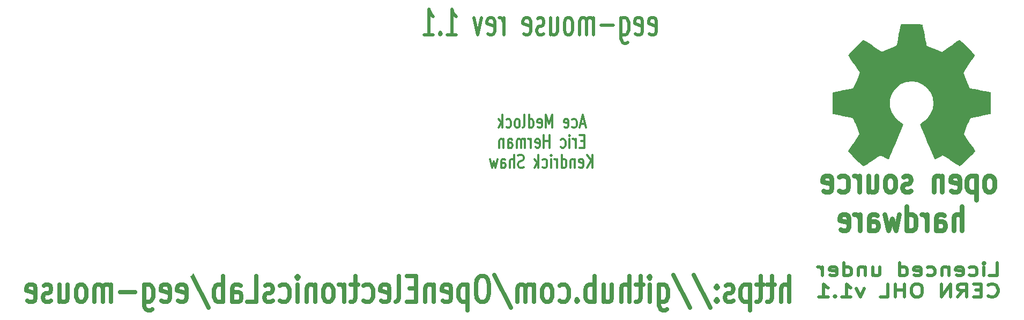
<source format=gbo>
G04 (created by PCBNEW-RS274X (2012-apr-16-27)-stable) date Sat 09 Nov 2013 04:14:01 PM CET*
G01*
G70*
G90*
%MOIN*%
G04 Gerber Fmt 3.4, Leading zero omitted, Abs format*
%FSLAX34Y34*%
G04 APERTURE LIST*
%ADD10C,0.008000*%
%ADD11C,0.012000*%
%ADD12C,0.020000*%
%ADD13C,0.025000*%
%ADD14C,0.030000*%
%ADD15C,0.000100*%
%ADD16R,0.059100X0.059100*%
%ADD17C,0.059100*%
%ADD18R,0.060000X0.060000*%
%ADD19C,0.060000*%
%ADD20C,0.106300*%
%ADD21C,0.145700*%
G04 APERTURE END LIST*
G54D10*
G54D11*
X54685Y-29795D02*
X54399Y-29795D01*
X54742Y-30024D02*
X54542Y-29224D01*
X54342Y-30024D01*
X53885Y-29986D02*
X53942Y-30024D01*
X54056Y-30024D01*
X54114Y-29986D01*
X54142Y-29948D01*
X54171Y-29871D01*
X54171Y-29643D01*
X54142Y-29567D01*
X54114Y-29529D01*
X54056Y-29490D01*
X53942Y-29490D01*
X53885Y-29529D01*
X53400Y-29986D02*
X53457Y-30024D01*
X53571Y-30024D01*
X53628Y-29986D01*
X53657Y-29910D01*
X53657Y-29605D01*
X53628Y-29529D01*
X53571Y-29490D01*
X53457Y-29490D01*
X53400Y-29529D01*
X53371Y-29605D01*
X53371Y-29681D01*
X53657Y-29757D01*
X52657Y-30024D02*
X52657Y-29224D01*
X52457Y-29795D01*
X52257Y-29224D01*
X52257Y-30024D01*
X51743Y-29986D02*
X51800Y-30024D01*
X51914Y-30024D01*
X51971Y-29986D01*
X52000Y-29910D01*
X52000Y-29605D01*
X51971Y-29529D01*
X51914Y-29490D01*
X51800Y-29490D01*
X51743Y-29529D01*
X51714Y-29605D01*
X51714Y-29681D01*
X52000Y-29757D01*
X51200Y-30024D02*
X51200Y-29224D01*
X51200Y-29986D02*
X51257Y-30024D01*
X51371Y-30024D01*
X51429Y-29986D01*
X51457Y-29948D01*
X51486Y-29871D01*
X51486Y-29643D01*
X51457Y-29567D01*
X51429Y-29529D01*
X51371Y-29490D01*
X51257Y-29490D01*
X51200Y-29529D01*
X50828Y-30024D02*
X50886Y-29986D01*
X50914Y-29910D01*
X50914Y-29224D01*
X50514Y-30024D02*
X50572Y-29986D01*
X50600Y-29948D01*
X50629Y-29871D01*
X50629Y-29643D01*
X50600Y-29567D01*
X50572Y-29529D01*
X50514Y-29490D01*
X50429Y-29490D01*
X50372Y-29529D01*
X50343Y-29567D01*
X50314Y-29643D01*
X50314Y-29871D01*
X50343Y-29948D01*
X50372Y-29986D01*
X50429Y-30024D01*
X50514Y-30024D01*
X49800Y-29986D02*
X49857Y-30024D01*
X49971Y-30024D01*
X50029Y-29986D01*
X50057Y-29948D01*
X50086Y-29871D01*
X50086Y-29643D01*
X50057Y-29567D01*
X50029Y-29529D01*
X49971Y-29490D01*
X49857Y-29490D01*
X49800Y-29529D01*
X49543Y-30024D02*
X49543Y-29224D01*
X49486Y-29719D02*
X49315Y-30024D01*
X49315Y-29490D02*
X49543Y-29795D01*
X54642Y-30845D02*
X54442Y-30845D01*
X54356Y-31264D02*
X54642Y-31264D01*
X54642Y-30464D01*
X54356Y-30464D01*
X54099Y-31264D02*
X54099Y-30730D01*
X54099Y-30883D02*
X54071Y-30807D01*
X54042Y-30769D01*
X53985Y-30730D01*
X53928Y-30730D01*
X53728Y-31264D02*
X53728Y-30730D01*
X53728Y-30464D02*
X53757Y-30502D01*
X53728Y-30540D01*
X53700Y-30502D01*
X53728Y-30464D01*
X53728Y-30540D01*
X53185Y-31226D02*
X53242Y-31264D01*
X53356Y-31264D01*
X53414Y-31226D01*
X53442Y-31188D01*
X53471Y-31111D01*
X53471Y-30883D01*
X53442Y-30807D01*
X53414Y-30769D01*
X53356Y-30730D01*
X53242Y-30730D01*
X53185Y-30769D01*
X52471Y-31264D02*
X52471Y-30464D01*
X52471Y-30845D02*
X52128Y-30845D01*
X52128Y-31264D02*
X52128Y-30464D01*
X51614Y-31226D02*
X51671Y-31264D01*
X51785Y-31264D01*
X51842Y-31226D01*
X51871Y-31150D01*
X51871Y-30845D01*
X51842Y-30769D01*
X51785Y-30730D01*
X51671Y-30730D01*
X51614Y-30769D01*
X51585Y-30845D01*
X51585Y-30921D01*
X51871Y-30997D01*
X51328Y-31264D02*
X51328Y-30730D01*
X51328Y-30883D02*
X51300Y-30807D01*
X51271Y-30769D01*
X51214Y-30730D01*
X51157Y-30730D01*
X50957Y-31264D02*
X50957Y-30730D01*
X50957Y-30807D02*
X50929Y-30769D01*
X50871Y-30730D01*
X50786Y-30730D01*
X50729Y-30769D01*
X50700Y-30845D01*
X50700Y-31264D01*
X50700Y-30845D02*
X50671Y-30769D01*
X50614Y-30730D01*
X50529Y-30730D01*
X50471Y-30769D01*
X50443Y-30845D01*
X50443Y-31264D01*
X49900Y-31264D02*
X49900Y-30845D01*
X49929Y-30769D01*
X49986Y-30730D01*
X50100Y-30730D01*
X50157Y-30769D01*
X49900Y-31226D02*
X49957Y-31264D01*
X50100Y-31264D01*
X50157Y-31226D01*
X50186Y-31150D01*
X50186Y-31073D01*
X50157Y-30997D01*
X50100Y-30959D01*
X49957Y-30959D01*
X49900Y-30921D01*
X49614Y-30730D02*
X49614Y-31264D01*
X49614Y-30807D02*
X49586Y-30769D01*
X49528Y-30730D01*
X49443Y-30730D01*
X49386Y-30769D01*
X49357Y-30845D01*
X49357Y-31264D01*
X55157Y-32504D02*
X55157Y-31704D01*
X54814Y-32504D02*
X55071Y-32047D01*
X54814Y-31704D02*
X55157Y-32161D01*
X54329Y-32466D02*
X54386Y-32504D01*
X54500Y-32504D01*
X54557Y-32466D01*
X54586Y-32390D01*
X54586Y-32085D01*
X54557Y-32009D01*
X54500Y-31970D01*
X54386Y-31970D01*
X54329Y-32009D01*
X54300Y-32085D01*
X54300Y-32161D01*
X54586Y-32237D01*
X54043Y-31970D02*
X54043Y-32504D01*
X54043Y-32047D02*
X54015Y-32009D01*
X53957Y-31970D01*
X53872Y-31970D01*
X53815Y-32009D01*
X53786Y-32085D01*
X53786Y-32504D01*
X53243Y-32504D02*
X53243Y-31704D01*
X53243Y-32466D02*
X53300Y-32504D01*
X53414Y-32504D01*
X53472Y-32466D01*
X53500Y-32428D01*
X53529Y-32351D01*
X53529Y-32123D01*
X53500Y-32047D01*
X53472Y-32009D01*
X53414Y-31970D01*
X53300Y-31970D01*
X53243Y-32009D01*
X52957Y-32504D02*
X52957Y-31970D01*
X52957Y-32123D02*
X52929Y-32047D01*
X52900Y-32009D01*
X52843Y-31970D01*
X52786Y-31970D01*
X52586Y-32504D02*
X52586Y-31970D01*
X52586Y-31704D02*
X52615Y-31742D01*
X52586Y-31780D01*
X52558Y-31742D01*
X52586Y-31704D01*
X52586Y-31780D01*
X52043Y-32466D02*
X52100Y-32504D01*
X52214Y-32504D01*
X52272Y-32466D01*
X52300Y-32428D01*
X52329Y-32351D01*
X52329Y-32123D01*
X52300Y-32047D01*
X52272Y-32009D01*
X52214Y-31970D01*
X52100Y-31970D01*
X52043Y-32009D01*
X51786Y-32504D02*
X51786Y-31704D01*
X51729Y-32199D02*
X51558Y-32504D01*
X51558Y-31970D02*
X51786Y-32275D01*
X50872Y-32466D02*
X50786Y-32504D01*
X50643Y-32504D01*
X50586Y-32466D01*
X50557Y-32428D01*
X50529Y-32351D01*
X50529Y-32275D01*
X50557Y-32199D01*
X50586Y-32161D01*
X50643Y-32123D01*
X50757Y-32085D01*
X50815Y-32047D01*
X50843Y-32009D01*
X50872Y-31932D01*
X50872Y-31856D01*
X50843Y-31780D01*
X50815Y-31742D01*
X50757Y-31704D01*
X50615Y-31704D01*
X50529Y-31742D01*
X50272Y-32504D02*
X50272Y-31704D01*
X50015Y-32504D02*
X50015Y-32085D01*
X50044Y-32009D01*
X50101Y-31970D01*
X50186Y-31970D01*
X50244Y-32009D01*
X50272Y-32047D01*
X49472Y-32504D02*
X49472Y-32085D01*
X49501Y-32009D01*
X49558Y-31970D01*
X49672Y-31970D01*
X49729Y-32009D01*
X49472Y-32466D02*
X49529Y-32504D01*
X49672Y-32504D01*
X49729Y-32466D01*
X49758Y-32390D01*
X49758Y-32313D01*
X49729Y-32237D01*
X49672Y-32199D01*
X49529Y-32199D01*
X49472Y-32161D01*
X49243Y-31970D02*
X49129Y-32504D01*
X49015Y-32123D01*
X48900Y-32504D01*
X48786Y-31970D01*
G54D12*
X58685Y-24171D02*
X58780Y-24248D01*
X58971Y-24248D01*
X59066Y-24171D01*
X59114Y-24019D01*
X59114Y-23410D01*
X59066Y-23257D01*
X58971Y-23181D01*
X58780Y-23181D01*
X58685Y-23257D01*
X58637Y-23410D01*
X58637Y-23562D01*
X59114Y-23714D01*
X57828Y-24171D02*
X57923Y-24248D01*
X58114Y-24248D01*
X58209Y-24171D01*
X58257Y-24019D01*
X58257Y-23410D01*
X58209Y-23257D01*
X58114Y-23181D01*
X57923Y-23181D01*
X57828Y-23257D01*
X57780Y-23410D01*
X57780Y-23562D01*
X58257Y-23714D01*
X56923Y-23181D02*
X56923Y-24476D01*
X56971Y-24629D01*
X57019Y-24705D01*
X57114Y-24781D01*
X57257Y-24781D01*
X57352Y-24705D01*
X56923Y-24171D02*
X57019Y-24248D01*
X57209Y-24248D01*
X57304Y-24171D01*
X57352Y-24095D01*
X57400Y-23943D01*
X57400Y-23486D01*
X57352Y-23333D01*
X57304Y-23257D01*
X57209Y-23181D01*
X57019Y-23181D01*
X56923Y-23257D01*
X56447Y-23638D02*
X55685Y-23638D01*
X55209Y-24248D02*
X55209Y-23181D01*
X55209Y-23333D02*
X55161Y-23257D01*
X55066Y-23181D01*
X54923Y-23181D01*
X54828Y-23257D01*
X54780Y-23410D01*
X54780Y-24248D01*
X54780Y-23410D02*
X54733Y-23257D01*
X54637Y-23181D01*
X54495Y-23181D01*
X54399Y-23257D01*
X54352Y-23410D01*
X54352Y-24248D01*
X53733Y-24248D02*
X53828Y-24171D01*
X53876Y-24095D01*
X53924Y-23943D01*
X53924Y-23486D01*
X53876Y-23333D01*
X53828Y-23257D01*
X53733Y-23181D01*
X53590Y-23181D01*
X53495Y-23257D01*
X53447Y-23333D01*
X53400Y-23486D01*
X53400Y-23943D01*
X53447Y-24095D01*
X53495Y-24171D01*
X53590Y-24248D01*
X53733Y-24248D01*
X52542Y-23181D02*
X52542Y-24248D01*
X52971Y-23181D02*
X52971Y-24019D01*
X52923Y-24171D01*
X52828Y-24248D01*
X52685Y-24248D01*
X52590Y-24171D01*
X52542Y-24095D01*
X52114Y-24171D02*
X52018Y-24248D01*
X51828Y-24248D01*
X51733Y-24171D01*
X51685Y-24019D01*
X51685Y-23943D01*
X51733Y-23790D01*
X51828Y-23714D01*
X51971Y-23714D01*
X52066Y-23638D01*
X52114Y-23486D01*
X52114Y-23410D01*
X52066Y-23257D01*
X51971Y-23181D01*
X51828Y-23181D01*
X51733Y-23257D01*
X50875Y-24171D02*
X50970Y-24248D01*
X51161Y-24248D01*
X51256Y-24171D01*
X51304Y-24019D01*
X51304Y-23410D01*
X51256Y-23257D01*
X51161Y-23181D01*
X50970Y-23181D01*
X50875Y-23257D01*
X50827Y-23410D01*
X50827Y-23562D01*
X51304Y-23714D01*
X49637Y-24248D02*
X49637Y-23181D01*
X49637Y-23486D02*
X49589Y-23333D01*
X49542Y-23257D01*
X49446Y-23181D01*
X49351Y-23181D01*
X48637Y-24171D02*
X48732Y-24248D01*
X48923Y-24248D01*
X49018Y-24171D01*
X49066Y-24019D01*
X49066Y-23410D01*
X49018Y-23257D01*
X48923Y-23181D01*
X48732Y-23181D01*
X48637Y-23257D01*
X48589Y-23410D01*
X48589Y-23562D01*
X49066Y-23714D01*
X48256Y-23181D02*
X48018Y-24248D01*
X47780Y-23181D01*
X46113Y-24248D02*
X46685Y-24248D01*
X46399Y-24248D02*
X46399Y-22648D01*
X46494Y-22876D01*
X46589Y-23029D01*
X46685Y-23105D01*
X45685Y-24095D02*
X45637Y-24171D01*
X45685Y-24248D01*
X45733Y-24171D01*
X45685Y-24095D01*
X45685Y-24248D01*
X44685Y-24248D02*
X45257Y-24248D01*
X44971Y-24248D02*
X44971Y-22648D01*
X45066Y-22876D01*
X45161Y-23029D01*
X45257Y-23105D01*
G54D13*
X67388Y-40848D02*
X67388Y-39248D01*
X66874Y-40848D02*
X66874Y-40010D01*
X66931Y-39857D01*
X67045Y-39781D01*
X67217Y-39781D01*
X67331Y-39857D01*
X67388Y-39933D01*
X66474Y-39781D02*
X66017Y-39781D01*
X66302Y-39248D02*
X66302Y-40619D01*
X66245Y-40771D01*
X66131Y-40848D01*
X66017Y-40848D01*
X65788Y-39781D02*
X65331Y-39781D01*
X65616Y-39248D02*
X65616Y-40619D01*
X65559Y-40771D01*
X65445Y-40848D01*
X65331Y-40848D01*
X64930Y-39781D02*
X64930Y-41381D01*
X64930Y-39857D02*
X64816Y-39781D01*
X64587Y-39781D01*
X64473Y-39857D01*
X64416Y-39933D01*
X64359Y-40086D01*
X64359Y-40543D01*
X64416Y-40695D01*
X64473Y-40771D01*
X64587Y-40848D01*
X64816Y-40848D01*
X64930Y-40771D01*
X63901Y-40771D02*
X63787Y-40848D01*
X63559Y-40848D01*
X63444Y-40771D01*
X63387Y-40619D01*
X63387Y-40543D01*
X63444Y-40390D01*
X63559Y-40314D01*
X63730Y-40314D01*
X63844Y-40238D01*
X63901Y-40086D01*
X63901Y-40010D01*
X63844Y-39857D01*
X63730Y-39781D01*
X63559Y-39781D01*
X63444Y-39857D01*
X62873Y-40695D02*
X62816Y-40771D01*
X62873Y-40848D01*
X62930Y-40771D01*
X62873Y-40695D01*
X62873Y-40848D01*
X62873Y-39857D02*
X62816Y-39933D01*
X62873Y-40010D01*
X62930Y-39933D01*
X62873Y-39857D01*
X62873Y-40010D01*
X61445Y-39171D02*
X62474Y-41229D01*
X60188Y-39171D02*
X61217Y-41229D01*
X59274Y-39781D02*
X59274Y-41076D01*
X59331Y-41229D01*
X59388Y-41305D01*
X59503Y-41381D01*
X59674Y-41381D01*
X59788Y-41305D01*
X59274Y-40771D02*
X59388Y-40848D01*
X59617Y-40848D01*
X59731Y-40771D01*
X59788Y-40695D01*
X59845Y-40543D01*
X59845Y-40086D01*
X59788Y-39933D01*
X59731Y-39857D01*
X59617Y-39781D01*
X59388Y-39781D01*
X59274Y-39857D01*
X58702Y-40848D02*
X58702Y-39781D01*
X58702Y-39248D02*
X58759Y-39324D01*
X58702Y-39400D01*
X58645Y-39324D01*
X58702Y-39248D01*
X58702Y-39400D01*
X58303Y-39781D02*
X57846Y-39781D01*
X58131Y-39248D02*
X58131Y-40619D01*
X58074Y-40771D01*
X57960Y-40848D01*
X57846Y-40848D01*
X57445Y-40848D02*
X57445Y-39248D01*
X56931Y-40848D02*
X56931Y-40010D01*
X56988Y-39857D01*
X57102Y-39781D01*
X57274Y-39781D01*
X57388Y-39857D01*
X57445Y-39933D01*
X55845Y-39781D02*
X55845Y-40848D01*
X56359Y-39781D02*
X56359Y-40619D01*
X56302Y-40771D01*
X56188Y-40848D01*
X56016Y-40848D01*
X55902Y-40771D01*
X55845Y-40695D01*
X55273Y-40848D02*
X55273Y-39248D01*
X55273Y-39857D02*
X55159Y-39781D01*
X54930Y-39781D01*
X54816Y-39857D01*
X54759Y-39933D01*
X54702Y-40086D01*
X54702Y-40543D01*
X54759Y-40695D01*
X54816Y-40771D01*
X54930Y-40848D01*
X55159Y-40848D01*
X55273Y-40771D01*
X54187Y-40695D02*
X54130Y-40771D01*
X54187Y-40848D01*
X54244Y-40771D01*
X54187Y-40695D01*
X54187Y-40848D01*
X53102Y-40771D02*
X53216Y-40848D01*
X53445Y-40848D01*
X53559Y-40771D01*
X53616Y-40695D01*
X53673Y-40543D01*
X53673Y-40086D01*
X53616Y-39933D01*
X53559Y-39857D01*
X53445Y-39781D01*
X53216Y-39781D01*
X53102Y-39857D01*
X52416Y-40848D02*
X52530Y-40771D01*
X52587Y-40695D01*
X52644Y-40543D01*
X52644Y-40086D01*
X52587Y-39933D01*
X52530Y-39857D01*
X52416Y-39781D01*
X52244Y-39781D01*
X52130Y-39857D01*
X52073Y-39933D01*
X52016Y-40086D01*
X52016Y-40543D01*
X52073Y-40695D01*
X52130Y-40771D01*
X52244Y-40848D01*
X52416Y-40848D01*
X51501Y-40848D02*
X51501Y-39781D01*
X51501Y-39933D02*
X51444Y-39857D01*
X51330Y-39781D01*
X51158Y-39781D01*
X51044Y-39857D01*
X50987Y-40010D01*
X50987Y-40848D01*
X50987Y-40010D02*
X50930Y-39857D01*
X50816Y-39781D01*
X50644Y-39781D01*
X50530Y-39857D01*
X50473Y-40010D01*
X50473Y-40848D01*
X49044Y-39171D02*
X50073Y-41229D01*
X48416Y-39248D02*
X48187Y-39248D01*
X48073Y-39324D01*
X47959Y-39476D01*
X47901Y-39781D01*
X47901Y-40314D01*
X47959Y-40619D01*
X48073Y-40771D01*
X48187Y-40848D01*
X48416Y-40848D01*
X48530Y-40771D01*
X48644Y-40619D01*
X48701Y-40314D01*
X48701Y-39781D01*
X48644Y-39476D01*
X48530Y-39324D01*
X48416Y-39248D01*
X47387Y-39781D02*
X47387Y-41381D01*
X47387Y-39857D02*
X47273Y-39781D01*
X47044Y-39781D01*
X46930Y-39857D01*
X46873Y-39933D01*
X46816Y-40086D01*
X46816Y-40543D01*
X46873Y-40695D01*
X46930Y-40771D01*
X47044Y-40848D01*
X47273Y-40848D01*
X47387Y-40771D01*
X45844Y-40771D02*
X45958Y-40848D01*
X46187Y-40848D01*
X46301Y-40771D01*
X46358Y-40619D01*
X46358Y-40010D01*
X46301Y-39857D01*
X46187Y-39781D01*
X45958Y-39781D01*
X45844Y-39857D01*
X45787Y-40010D01*
X45787Y-40162D01*
X46358Y-40314D01*
X45272Y-39781D02*
X45272Y-40848D01*
X45272Y-39933D02*
X45215Y-39857D01*
X45101Y-39781D01*
X44929Y-39781D01*
X44815Y-39857D01*
X44758Y-40010D01*
X44758Y-40848D01*
X44186Y-40010D02*
X43786Y-40010D01*
X43615Y-40848D02*
X44186Y-40848D01*
X44186Y-39248D01*
X43615Y-39248D01*
X42929Y-40848D02*
X43043Y-40771D01*
X43100Y-40619D01*
X43100Y-39248D01*
X42014Y-40771D02*
X42128Y-40848D01*
X42357Y-40848D01*
X42471Y-40771D01*
X42528Y-40619D01*
X42528Y-40010D01*
X42471Y-39857D01*
X42357Y-39781D01*
X42128Y-39781D01*
X42014Y-39857D01*
X41957Y-40010D01*
X41957Y-40162D01*
X42528Y-40314D01*
X40928Y-40771D02*
X41042Y-40848D01*
X41271Y-40848D01*
X41385Y-40771D01*
X41442Y-40695D01*
X41499Y-40543D01*
X41499Y-40086D01*
X41442Y-39933D01*
X41385Y-39857D01*
X41271Y-39781D01*
X41042Y-39781D01*
X40928Y-39857D01*
X40585Y-39781D02*
X40128Y-39781D01*
X40413Y-39248D02*
X40413Y-40619D01*
X40356Y-40771D01*
X40242Y-40848D01*
X40128Y-40848D01*
X39727Y-40848D02*
X39727Y-39781D01*
X39727Y-40086D02*
X39670Y-39933D01*
X39613Y-39857D01*
X39499Y-39781D01*
X39384Y-39781D01*
X38813Y-40848D02*
X38927Y-40771D01*
X38984Y-40695D01*
X39041Y-40543D01*
X39041Y-40086D01*
X38984Y-39933D01*
X38927Y-39857D01*
X38813Y-39781D01*
X38641Y-39781D01*
X38527Y-39857D01*
X38470Y-39933D01*
X38413Y-40086D01*
X38413Y-40543D01*
X38470Y-40695D01*
X38527Y-40771D01*
X38641Y-40848D01*
X38813Y-40848D01*
X37898Y-39781D02*
X37898Y-40848D01*
X37898Y-39933D02*
X37841Y-39857D01*
X37727Y-39781D01*
X37555Y-39781D01*
X37441Y-39857D01*
X37384Y-40010D01*
X37384Y-40848D01*
X36812Y-40848D02*
X36812Y-39781D01*
X36812Y-39248D02*
X36869Y-39324D01*
X36812Y-39400D01*
X36755Y-39324D01*
X36812Y-39248D01*
X36812Y-39400D01*
X35727Y-40771D02*
X35841Y-40848D01*
X36070Y-40848D01*
X36184Y-40771D01*
X36241Y-40695D01*
X36298Y-40543D01*
X36298Y-40086D01*
X36241Y-39933D01*
X36184Y-39857D01*
X36070Y-39781D01*
X35841Y-39781D01*
X35727Y-39857D01*
X35269Y-40771D02*
X35155Y-40848D01*
X34927Y-40848D01*
X34812Y-40771D01*
X34755Y-40619D01*
X34755Y-40543D01*
X34812Y-40390D01*
X34927Y-40314D01*
X35098Y-40314D01*
X35212Y-40238D01*
X35269Y-40086D01*
X35269Y-40010D01*
X35212Y-39857D01*
X35098Y-39781D01*
X34927Y-39781D01*
X34812Y-39857D01*
X33670Y-40848D02*
X34241Y-40848D01*
X34241Y-39248D01*
X32756Y-40848D02*
X32756Y-40010D01*
X32813Y-39857D01*
X32927Y-39781D01*
X33156Y-39781D01*
X33270Y-39857D01*
X32756Y-40771D02*
X32870Y-40848D01*
X33156Y-40848D01*
X33270Y-40771D01*
X33327Y-40619D01*
X33327Y-40467D01*
X33270Y-40314D01*
X33156Y-40238D01*
X32870Y-40238D01*
X32756Y-40162D01*
X32184Y-40848D02*
X32184Y-39248D01*
X32184Y-39857D02*
X32070Y-39781D01*
X31841Y-39781D01*
X31727Y-39857D01*
X31670Y-39933D01*
X31613Y-40086D01*
X31613Y-40543D01*
X31670Y-40695D01*
X31727Y-40771D01*
X31841Y-40848D01*
X32070Y-40848D01*
X32184Y-40771D01*
X30241Y-39171D02*
X31270Y-41229D01*
X29384Y-40771D02*
X29498Y-40848D01*
X29727Y-40848D01*
X29841Y-40771D01*
X29898Y-40619D01*
X29898Y-40010D01*
X29841Y-39857D01*
X29727Y-39781D01*
X29498Y-39781D01*
X29384Y-39857D01*
X29327Y-40010D01*
X29327Y-40162D01*
X29898Y-40314D01*
X28355Y-40771D02*
X28469Y-40848D01*
X28698Y-40848D01*
X28812Y-40771D01*
X28869Y-40619D01*
X28869Y-40010D01*
X28812Y-39857D01*
X28698Y-39781D01*
X28469Y-39781D01*
X28355Y-39857D01*
X28298Y-40010D01*
X28298Y-40162D01*
X28869Y-40314D01*
X27269Y-39781D02*
X27269Y-41076D01*
X27326Y-41229D01*
X27383Y-41305D01*
X27498Y-41381D01*
X27669Y-41381D01*
X27783Y-41305D01*
X27269Y-40771D02*
X27383Y-40848D01*
X27612Y-40848D01*
X27726Y-40771D01*
X27783Y-40695D01*
X27840Y-40543D01*
X27840Y-40086D01*
X27783Y-39933D01*
X27726Y-39857D01*
X27612Y-39781D01*
X27383Y-39781D01*
X27269Y-39857D01*
X26697Y-40238D02*
X25783Y-40238D01*
X25211Y-40848D02*
X25211Y-39781D01*
X25211Y-39933D02*
X25154Y-39857D01*
X25040Y-39781D01*
X24868Y-39781D01*
X24754Y-39857D01*
X24697Y-40010D01*
X24697Y-40848D01*
X24697Y-40010D02*
X24640Y-39857D01*
X24526Y-39781D01*
X24354Y-39781D01*
X24240Y-39857D01*
X24183Y-40010D01*
X24183Y-40848D01*
X23440Y-40848D02*
X23554Y-40771D01*
X23611Y-40695D01*
X23668Y-40543D01*
X23668Y-40086D01*
X23611Y-39933D01*
X23554Y-39857D01*
X23440Y-39781D01*
X23268Y-39781D01*
X23154Y-39857D01*
X23097Y-39933D01*
X23040Y-40086D01*
X23040Y-40543D01*
X23097Y-40695D01*
X23154Y-40771D01*
X23268Y-40848D01*
X23440Y-40848D01*
X22011Y-39781D02*
X22011Y-40848D01*
X22525Y-39781D02*
X22525Y-40619D01*
X22468Y-40771D01*
X22354Y-40848D01*
X22182Y-40848D01*
X22068Y-40771D01*
X22011Y-40695D01*
X21496Y-40771D02*
X21382Y-40848D01*
X21154Y-40848D01*
X21039Y-40771D01*
X20982Y-40619D01*
X20982Y-40543D01*
X21039Y-40390D01*
X21154Y-40314D01*
X21325Y-40314D01*
X21439Y-40238D01*
X21496Y-40086D01*
X21496Y-40010D01*
X21439Y-39857D01*
X21325Y-39781D01*
X21154Y-39781D01*
X21039Y-39857D01*
X20011Y-40771D02*
X20125Y-40848D01*
X20354Y-40848D01*
X20468Y-40771D01*
X20525Y-40619D01*
X20525Y-40010D01*
X20468Y-39857D01*
X20354Y-39781D01*
X20125Y-39781D01*
X20011Y-39857D01*
X19954Y-40010D01*
X19954Y-40162D01*
X20525Y-40314D01*
G54D12*
X79824Y-39224D02*
X80300Y-39224D01*
X80300Y-38424D01*
X79490Y-39224D02*
X79490Y-38690D01*
X79490Y-38424D02*
X79538Y-38462D01*
X79490Y-38500D01*
X79442Y-38462D01*
X79490Y-38424D01*
X79490Y-38500D01*
X78585Y-39186D02*
X78681Y-39224D01*
X78871Y-39224D01*
X78966Y-39186D01*
X79014Y-39148D01*
X79062Y-39071D01*
X79062Y-38843D01*
X79014Y-38767D01*
X78966Y-38729D01*
X78871Y-38690D01*
X78681Y-38690D01*
X78585Y-38729D01*
X77776Y-39186D02*
X77871Y-39224D01*
X78062Y-39224D01*
X78157Y-39186D01*
X78205Y-39110D01*
X78205Y-38805D01*
X78157Y-38729D01*
X78062Y-38690D01*
X77871Y-38690D01*
X77776Y-38729D01*
X77728Y-38805D01*
X77728Y-38881D01*
X78205Y-38957D01*
X77300Y-38690D02*
X77300Y-39224D01*
X77300Y-38767D02*
X77252Y-38729D01*
X77157Y-38690D01*
X77014Y-38690D01*
X76919Y-38729D01*
X76871Y-38805D01*
X76871Y-39224D01*
X75966Y-39186D02*
X76062Y-39224D01*
X76252Y-39224D01*
X76347Y-39186D01*
X76395Y-39148D01*
X76443Y-39071D01*
X76443Y-38843D01*
X76395Y-38767D01*
X76347Y-38729D01*
X76252Y-38690D01*
X76062Y-38690D01*
X75966Y-38729D01*
X75157Y-39186D02*
X75252Y-39224D01*
X75443Y-39224D01*
X75538Y-39186D01*
X75586Y-39110D01*
X75586Y-38805D01*
X75538Y-38729D01*
X75443Y-38690D01*
X75252Y-38690D01*
X75157Y-38729D01*
X75109Y-38805D01*
X75109Y-38881D01*
X75586Y-38957D01*
X74252Y-39224D02*
X74252Y-38424D01*
X74252Y-39186D02*
X74348Y-39224D01*
X74538Y-39224D01*
X74633Y-39186D01*
X74681Y-39148D01*
X74729Y-39071D01*
X74729Y-38843D01*
X74681Y-38767D01*
X74633Y-38729D01*
X74538Y-38690D01*
X74348Y-38690D01*
X74252Y-38729D01*
X72585Y-38690D02*
X72585Y-39224D01*
X73014Y-38690D02*
X73014Y-39110D01*
X72966Y-39186D01*
X72871Y-39224D01*
X72728Y-39224D01*
X72633Y-39186D01*
X72585Y-39148D01*
X72109Y-38690D02*
X72109Y-39224D01*
X72109Y-38767D02*
X72061Y-38729D01*
X71966Y-38690D01*
X71823Y-38690D01*
X71728Y-38729D01*
X71680Y-38805D01*
X71680Y-39224D01*
X70775Y-39224D02*
X70775Y-38424D01*
X70775Y-39186D02*
X70871Y-39224D01*
X71061Y-39224D01*
X71156Y-39186D01*
X71204Y-39148D01*
X71252Y-39071D01*
X71252Y-38843D01*
X71204Y-38767D01*
X71156Y-38729D01*
X71061Y-38690D01*
X70871Y-38690D01*
X70775Y-38729D01*
X69918Y-39186D02*
X70013Y-39224D01*
X70204Y-39224D01*
X70299Y-39186D01*
X70347Y-39110D01*
X70347Y-38805D01*
X70299Y-38729D01*
X70204Y-38690D01*
X70013Y-38690D01*
X69918Y-38729D01*
X69870Y-38805D01*
X69870Y-38881D01*
X70347Y-38957D01*
X69442Y-39224D02*
X69442Y-38690D01*
X69442Y-38843D02*
X69394Y-38767D01*
X69347Y-38729D01*
X69251Y-38690D01*
X69156Y-38690D01*
X79752Y-40468D02*
X79800Y-40506D01*
X79943Y-40544D01*
X80038Y-40544D01*
X80181Y-40506D01*
X80276Y-40430D01*
X80324Y-40353D01*
X80372Y-40201D01*
X80372Y-40087D01*
X80324Y-39934D01*
X80276Y-39858D01*
X80181Y-39782D01*
X80038Y-39744D01*
X79943Y-39744D01*
X79800Y-39782D01*
X79752Y-39820D01*
X79324Y-40125D02*
X78991Y-40125D01*
X78848Y-40544D02*
X79324Y-40544D01*
X79324Y-39744D01*
X78848Y-39744D01*
X77847Y-40544D02*
X78181Y-40163D01*
X78419Y-40544D02*
X78419Y-39744D01*
X78038Y-39744D01*
X77943Y-39782D01*
X77895Y-39820D01*
X77847Y-39896D01*
X77847Y-40010D01*
X77895Y-40087D01*
X77943Y-40125D01*
X78038Y-40163D01*
X78419Y-40163D01*
X77419Y-40544D02*
X77419Y-39744D01*
X76847Y-40544D01*
X76847Y-39744D01*
X75418Y-39744D02*
X75228Y-39744D01*
X75133Y-39782D01*
X75037Y-39858D01*
X74990Y-40010D01*
X74990Y-40277D01*
X75037Y-40430D01*
X75133Y-40506D01*
X75228Y-40544D01*
X75418Y-40544D01*
X75514Y-40506D01*
X75609Y-40430D01*
X75657Y-40277D01*
X75657Y-40010D01*
X75609Y-39858D01*
X75514Y-39782D01*
X75418Y-39744D01*
X74561Y-40544D02*
X74561Y-39744D01*
X74561Y-40125D02*
X73989Y-40125D01*
X73989Y-40544D02*
X73989Y-39744D01*
X73037Y-40544D02*
X73513Y-40544D01*
X73513Y-39744D01*
X72036Y-40010D02*
X71798Y-40544D01*
X71560Y-40010D01*
X70655Y-40544D02*
X71227Y-40544D01*
X70941Y-40544D02*
X70941Y-39744D01*
X71036Y-39858D01*
X71131Y-39934D01*
X71227Y-39972D01*
X70227Y-40468D02*
X70179Y-40506D01*
X70227Y-40544D01*
X70275Y-40506D01*
X70227Y-40468D01*
X70227Y-40544D01*
X69227Y-40544D02*
X69799Y-40544D01*
X69513Y-40544D02*
X69513Y-39744D01*
X69608Y-39858D01*
X69703Y-39934D01*
X69799Y-39972D01*
G54D14*
X79915Y-34007D02*
X80029Y-33936D01*
X80086Y-33864D01*
X80143Y-33721D01*
X80143Y-33293D01*
X80086Y-33150D01*
X80029Y-33079D01*
X79915Y-33007D01*
X79743Y-33007D01*
X79629Y-33079D01*
X79572Y-33150D01*
X79515Y-33293D01*
X79515Y-33721D01*
X79572Y-33864D01*
X79629Y-33936D01*
X79743Y-34007D01*
X79915Y-34007D01*
X79000Y-33007D02*
X79000Y-34507D01*
X79000Y-33079D02*
X78886Y-33007D01*
X78657Y-33007D01*
X78543Y-33079D01*
X78486Y-33150D01*
X78429Y-33293D01*
X78429Y-33721D01*
X78486Y-33864D01*
X78543Y-33936D01*
X78657Y-34007D01*
X78886Y-34007D01*
X79000Y-33936D01*
X77457Y-33936D02*
X77571Y-34007D01*
X77800Y-34007D01*
X77914Y-33936D01*
X77971Y-33793D01*
X77971Y-33221D01*
X77914Y-33079D01*
X77800Y-33007D01*
X77571Y-33007D01*
X77457Y-33079D01*
X77400Y-33221D01*
X77400Y-33364D01*
X77971Y-33507D01*
X76885Y-33007D02*
X76885Y-34007D01*
X76885Y-33150D02*
X76828Y-33079D01*
X76714Y-33007D01*
X76542Y-33007D01*
X76428Y-33079D01*
X76371Y-33221D01*
X76371Y-34007D01*
X74942Y-33936D02*
X74828Y-34007D01*
X74600Y-34007D01*
X74485Y-33936D01*
X74428Y-33793D01*
X74428Y-33721D01*
X74485Y-33579D01*
X74600Y-33507D01*
X74771Y-33507D01*
X74885Y-33436D01*
X74942Y-33293D01*
X74942Y-33221D01*
X74885Y-33079D01*
X74771Y-33007D01*
X74600Y-33007D01*
X74485Y-33079D01*
X73743Y-34007D02*
X73857Y-33936D01*
X73914Y-33864D01*
X73971Y-33721D01*
X73971Y-33293D01*
X73914Y-33150D01*
X73857Y-33079D01*
X73743Y-33007D01*
X73571Y-33007D01*
X73457Y-33079D01*
X73400Y-33150D01*
X73343Y-33293D01*
X73343Y-33721D01*
X73400Y-33864D01*
X73457Y-33936D01*
X73571Y-34007D01*
X73743Y-34007D01*
X72314Y-33007D02*
X72314Y-34007D01*
X72828Y-33007D02*
X72828Y-33793D01*
X72771Y-33936D01*
X72657Y-34007D01*
X72485Y-34007D01*
X72371Y-33936D01*
X72314Y-33864D01*
X71742Y-34007D02*
X71742Y-33007D01*
X71742Y-33293D02*
X71685Y-33150D01*
X71628Y-33079D01*
X71514Y-33007D01*
X71399Y-33007D01*
X70485Y-33936D02*
X70599Y-34007D01*
X70828Y-34007D01*
X70942Y-33936D01*
X70999Y-33864D01*
X71056Y-33721D01*
X71056Y-33293D01*
X70999Y-33150D01*
X70942Y-33079D01*
X70828Y-33007D01*
X70599Y-33007D01*
X70485Y-33079D01*
X69513Y-33936D02*
X69627Y-34007D01*
X69856Y-34007D01*
X69970Y-33936D01*
X70027Y-33793D01*
X70027Y-33221D01*
X69970Y-33079D01*
X69856Y-33007D01*
X69627Y-33007D01*
X69513Y-33079D01*
X69456Y-33221D01*
X69456Y-33364D01*
X70027Y-33507D01*
X78115Y-36407D02*
X78115Y-34907D01*
X77601Y-36407D02*
X77601Y-35621D01*
X77658Y-35479D01*
X77772Y-35407D01*
X77944Y-35407D01*
X78058Y-35479D01*
X78115Y-35550D01*
X76515Y-36407D02*
X76515Y-35621D01*
X76572Y-35479D01*
X76686Y-35407D01*
X76915Y-35407D01*
X77029Y-35479D01*
X76515Y-36336D02*
X76629Y-36407D01*
X76915Y-36407D01*
X77029Y-36336D01*
X77086Y-36193D01*
X77086Y-36050D01*
X77029Y-35907D01*
X76915Y-35836D01*
X76629Y-35836D01*
X76515Y-35764D01*
X75943Y-36407D02*
X75943Y-35407D01*
X75943Y-35693D02*
X75886Y-35550D01*
X75829Y-35479D01*
X75715Y-35407D01*
X75600Y-35407D01*
X74686Y-36407D02*
X74686Y-34907D01*
X74686Y-36336D02*
X74800Y-36407D01*
X75029Y-36407D01*
X75143Y-36336D01*
X75200Y-36264D01*
X75257Y-36121D01*
X75257Y-35693D01*
X75200Y-35550D01*
X75143Y-35479D01*
X75029Y-35407D01*
X74800Y-35407D01*
X74686Y-35479D01*
X74229Y-35407D02*
X74000Y-36407D01*
X73771Y-35693D01*
X73543Y-36407D01*
X73314Y-35407D01*
X72343Y-36407D02*
X72343Y-35621D01*
X72400Y-35479D01*
X72514Y-35407D01*
X72743Y-35407D01*
X72857Y-35479D01*
X72343Y-36336D02*
X72457Y-36407D01*
X72743Y-36407D01*
X72857Y-36336D01*
X72914Y-36193D01*
X72914Y-36050D01*
X72857Y-35907D01*
X72743Y-35836D01*
X72457Y-35836D01*
X72343Y-35764D01*
X71771Y-36407D02*
X71771Y-35407D01*
X71771Y-35693D02*
X71714Y-35550D01*
X71657Y-35479D01*
X71543Y-35407D01*
X71428Y-35407D01*
X70571Y-36336D02*
X70685Y-36407D01*
X70914Y-36407D01*
X71028Y-36336D01*
X71085Y-36193D01*
X71085Y-35621D01*
X71028Y-35479D01*
X70914Y-35407D01*
X70685Y-35407D01*
X70571Y-35479D01*
X70514Y-35621D01*
X70514Y-35764D01*
X71085Y-35907D01*
G54D15*
G36*
X77984Y-32421D02*
X77932Y-32394D01*
X77817Y-32322D01*
X77653Y-32214D01*
X77458Y-32084D01*
X77264Y-31952D01*
X77103Y-31845D01*
X76991Y-31773D01*
X76944Y-31747D01*
X76919Y-31756D01*
X76826Y-31801D01*
X76692Y-31870D01*
X76614Y-31911D01*
X76490Y-31964D01*
X76429Y-31975D01*
X76419Y-31958D01*
X76374Y-31864D01*
X76303Y-31703D01*
X76210Y-31489D01*
X76103Y-31239D01*
X75990Y-30970D01*
X75875Y-30695D01*
X75766Y-30433D01*
X75670Y-30198D01*
X75593Y-30006D01*
X75542Y-29873D01*
X75523Y-29815D01*
X75529Y-29803D01*
X75591Y-29743D01*
X75699Y-29663D01*
X75931Y-29474D01*
X76161Y-29187D01*
X76301Y-28861D01*
X76348Y-28499D01*
X76308Y-28163D01*
X76176Y-27839D01*
X75951Y-27549D01*
X75679Y-27333D01*
X75359Y-27196D01*
X75001Y-27152D01*
X74657Y-27191D01*
X74327Y-27321D01*
X74037Y-27542D01*
X73915Y-27683D01*
X73745Y-27977D01*
X73649Y-28293D01*
X73639Y-28374D01*
X73653Y-28719D01*
X73755Y-29050D01*
X73938Y-29347D01*
X74191Y-29590D01*
X74223Y-29612D01*
X74340Y-29700D01*
X74419Y-29761D01*
X74480Y-29811D01*
X74040Y-30871D01*
X73970Y-31039D01*
X73849Y-31329D01*
X73743Y-31578D01*
X73658Y-31777D01*
X73600Y-31909D01*
X73574Y-31963D01*
X73571Y-31966D01*
X73532Y-31972D01*
X73451Y-31943D01*
X73304Y-31871D01*
X73206Y-31821D01*
X73093Y-31767D01*
X73042Y-31747D01*
X73000Y-31770D01*
X72892Y-31840D01*
X72734Y-31945D01*
X72545Y-32074D01*
X72365Y-32196D01*
X72198Y-32307D01*
X72077Y-32384D01*
X72019Y-32415D01*
X72009Y-32415D01*
X71957Y-32386D01*
X71863Y-32307D01*
X71718Y-32170D01*
X71513Y-31969D01*
X71483Y-31938D01*
X71315Y-31767D01*
X71178Y-31624D01*
X71087Y-31522D01*
X71054Y-31475D01*
X71054Y-31475D01*
X71084Y-31418D01*
X71160Y-31297D01*
X71270Y-31129D01*
X71405Y-30932D01*
X71755Y-30422D01*
X71563Y-29941D01*
X71504Y-29794D01*
X71429Y-29615D01*
X71372Y-29488D01*
X71344Y-29432D01*
X71291Y-29414D01*
X71160Y-29382D01*
X70969Y-29343D01*
X70741Y-29300D01*
X70525Y-29260D01*
X70328Y-29223D01*
X70187Y-29196D01*
X70123Y-29183D01*
X70108Y-29174D01*
X70095Y-29143D01*
X70087Y-29076D01*
X70082Y-28957D01*
X70080Y-28770D01*
X70080Y-28499D01*
X70080Y-28469D01*
X70082Y-28210D01*
X70086Y-28004D01*
X70094Y-27868D01*
X70103Y-27815D01*
X70104Y-27814D01*
X70164Y-27799D01*
X70303Y-27770D01*
X70499Y-27731D01*
X70732Y-27687D01*
X70747Y-27684D01*
X70980Y-27639D01*
X71175Y-27599D01*
X71311Y-27567D01*
X71369Y-27549D01*
X71381Y-27533D01*
X71428Y-27442D01*
X71495Y-27298D01*
X71572Y-27121D01*
X71647Y-26939D01*
X71713Y-26774D01*
X71758Y-26651D01*
X71771Y-26596D01*
X71770Y-26595D01*
X71735Y-26538D01*
X71655Y-26418D01*
X71542Y-26251D01*
X71406Y-26053D01*
X71396Y-26038D01*
X71262Y-25841D01*
X71154Y-25675D01*
X71081Y-25556D01*
X71054Y-25503D01*
X71055Y-25499D01*
X71099Y-25440D01*
X71199Y-25329D01*
X71342Y-25179D01*
X71515Y-25005D01*
X71570Y-24951D01*
X71761Y-24764D01*
X71894Y-24642D01*
X71976Y-24577D01*
X72016Y-24563D01*
X72018Y-24564D01*
X72077Y-24599D01*
X72201Y-24680D01*
X72370Y-24794D01*
X72569Y-24930D01*
X72584Y-24940D01*
X72780Y-25073D01*
X72944Y-25184D01*
X73060Y-25261D01*
X73111Y-25292D01*
X73120Y-25292D01*
X73200Y-25269D01*
X73340Y-25219D01*
X73512Y-25153D01*
X73694Y-25080D01*
X73859Y-25010D01*
X73983Y-24953D01*
X74042Y-24920D01*
X74043Y-24917D01*
X74064Y-24847D01*
X74098Y-24700D01*
X74140Y-24497D01*
X74186Y-24256D01*
X74193Y-24217D01*
X74238Y-23983D01*
X74275Y-23789D01*
X74303Y-23655D01*
X74316Y-23600D01*
X74349Y-23592D01*
X74465Y-23584D01*
X74639Y-23579D01*
X74851Y-23577D01*
X75075Y-23579D01*
X75293Y-23583D01*
X75478Y-23590D01*
X75611Y-23599D01*
X75667Y-23610D01*
X75669Y-23613D01*
X75689Y-23686D01*
X75721Y-23834D01*
X75763Y-24037D01*
X75809Y-24279D01*
X75817Y-24321D01*
X75861Y-24555D01*
X75900Y-24747D01*
X75929Y-24879D01*
X75944Y-24931D01*
X75965Y-24942D01*
X76061Y-24984D01*
X76218Y-25049D01*
X76412Y-25128D01*
X76863Y-25310D01*
X77415Y-24932D01*
X77466Y-24897D01*
X77665Y-24762D01*
X77828Y-24653D01*
X77942Y-24580D01*
X77988Y-24553D01*
X77992Y-24555D01*
X78048Y-24603D01*
X78157Y-24706D01*
X78306Y-24851D01*
X78481Y-25024D01*
X78609Y-25153D01*
X78761Y-25308D01*
X78858Y-25413D01*
X78910Y-25479D01*
X78929Y-25520D01*
X78924Y-25547D01*
X78888Y-25603D01*
X78807Y-25724D01*
X78694Y-25892D01*
X78559Y-26088D01*
X78449Y-26251D01*
X78329Y-26436D01*
X78251Y-26569D01*
X78224Y-26634D01*
X78230Y-26660D01*
X78269Y-26768D01*
X78335Y-26932D01*
X78418Y-27127D01*
X78610Y-27564D01*
X78897Y-27619D01*
X79070Y-27652D01*
X79313Y-27698D01*
X79546Y-27743D01*
X79908Y-27814D01*
X79921Y-29149D01*
X79865Y-29173D01*
X79812Y-29187D01*
X79677Y-29217D01*
X79485Y-29256D01*
X79259Y-29298D01*
X79065Y-29334D01*
X78871Y-29371D01*
X78732Y-29398D01*
X78670Y-29411D01*
X78654Y-29432D01*
X78605Y-29527D01*
X78537Y-29676D01*
X78459Y-29856D01*
X78381Y-30043D01*
X78313Y-30215D01*
X78265Y-30346D01*
X78247Y-30414D01*
X78274Y-30465D01*
X78347Y-30580D01*
X78454Y-30742D01*
X78586Y-30936D01*
X78718Y-31129D01*
X78830Y-31294D01*
X78908Y-31413D01*
X78940Y-31467D01*
X78924Y-31504D01*
X78846Y-31598D01*
X78701Y-31749D01*
X78484Y-31963D01*
X78449Y-31998D01*
X78276Y-32163D01*
X78131Y-32298D01*
X78029Y-32388D01*
X77984Y-32421D01*
X77984Y-32421D01*
G37*
%LPC*%
G54D16*
X72250Y-45500D03*
G54D17*
X71250Y-45500D03*
X68250Y-45500D03*
X67250Y-45500D03*
X66250Y-45500D03*
G54D18*
X35000Y-24000D03*
G54D19*
X36000Y-24000D03*
X35000Y-25000D03*
X36000Y-25000D03*
X35000Y-26000D03*
X36000Y-26000D03*
X35000Y-27000D03*
X36000Y-27000D03*
X35000Y-28000D03*
X36000Y-28000D03*
X71490Y-41080D03*
X72490Y-41080D03*
X73490Y-41080D03*
X74490Y-41080D03*
X75490Y-41080D03*
X76490Y-41080D03*
X77490Y-41080D03*
X78490Y-41080D03*
X80480Y-41080D03*
X81480Y-41080D03*
X82480Y-41080D03*
X83480Y-41080D03*
X84480Y-41080D03*
X85480Y-41080D03*
X85510Y-30400D03*
X85510Y-31400D03*
X85510Y-32400D03*
X86510Y-32400D03*
X86510Y-31400D03*
X86510Y-30400D03*
X85510Y-22000D03*
X84510Y-22000D03*
X83510Y-22000D03*
X82510Y-22000D03*
X81510Y-22000D03*
X80510Y-22000D03*
X79510Y-22000D03*
X78510Y-22000D03*
X77000Y-22000D03*
X76000Y-22000D03*
X75000Y-22000D03*
X74000Y-22000D03*
X73000Y-22000D03*
X72000Y-22000D03*
X71000Y-22000D03*
X70000Y-22000D03*
X69000Y-22000D03*
X68000Y-22000D03*
G54D18*
X16000Y-23000D03*
G54D19*
X17000Y-23000D03*
X16000Y-28000D03*
X17000Y-24000D03*
X16000Y-29000D03*
X17000Y-25000D03*
X16000Y-30000D03*
X17000Y-26000D03*
X16000Y-31000D03*
X17000Y-27000D03*
X16000Y-32000D03*
X17000Y-28000D03*
X16000Y-33000D03*
X17000Y-29000D03*
X16000Y-34000D03*
X17000Y-30000D03*
X16000Y-35000D03*
X17000Y-31000D03*
X16000Y-36000D03*
X17000Y-32000D03*
X16000Y-37000D03*
X17000Y-33000D03*
X16000Y-38000D03*
X17000Y-34000D03*
X17000Y-35000D03*
X16000Y-39000D03*
X17000Y-36000D03*
X17000Y-38000D03*
X17000Y-39000D03*
X17000Y-40000D03*
X17000Y-41000D03*
X16000Y-40000D03*
X16000Y-41000D03*
X16000Y-24000D03*
X16000Y-25000D03*
X16000Y-26000D03*
X16000Y-27000D03*
X16000Y-42000D03*
X17000Y-42000D03*
X17000Y-37000D03*
G54D18*
X91000Y-42000D03*
G54D19*
X91000Y-41000D03*
X91000Y-40000D03*
X91000Y-39000D03*
G54D18*
X91000Y-32000D03*
G54D19*
X91000Y-33000D03*
X91000Y-34000D03*
X91000Y-35000D03*
X91000Y-36000D03*
X91000Y-37000D03*
G54D16*
X54250Y-45500D03*
G54D17*
X53250Y-45500D03*
X50250Y-45500D03*
X49250Y-45500D03*
X48250Y-45500D03*
G54D18*
X78000Y-44000D03*
G54D19*
X78000Y-43000D03*
G54D18*
X38000Y-43000D03*
G54D19*
X38000Y-42000D03*
X39000Y-43000D03*
X39000Y-42000D03*
X89150Y-27000D03*
X89150Y-28000D03*
X89937Y-28000D03*
X89937Y-27000D03*
G54D20*
X91000Y-25138D03*
X91000Y-29862D03*
G54D18*
X30000Y-32000D03*
G54D19*
X31000Y-32000D03*
X30000Y-33000D03*
X31000Y-33000D03*
X30000Y-34000D03*
X31000Y-34000D03*
X30000Y-35000D03*
X31000Y-35000D03*
X30000Y-36000D03*
X31000Y-36000D03*
X30000Y-37000D03*
X31000Y-37000D03*
X30000Y-38000D03*
X31000Y-38000D03*
X30000Y-39000D03*
X31000Y-39000D03*
G54D18*
X30000Y-24000D03*
G54D19*
X31000Y-24000D03*
X30000Y-25000D03*
X31000Y-25000D03*
X30000Y-26000D03*
X31000Y-26000D03*
X30000Y-27000D03*
X31000Y-27000D03*
X30000Y-28000D03*
X31000Y-28000D03*
X30000Y-29000D03*
X31000Y-29000D03*
X30000Y-30000D03*
X31000Y-30000D03*
X30000Y-31000D03*
X31000Y-31000D03*
G54D18*
X85510Y-25400D03*
G54D19*
X86510Y-25400D03*
X85510Y-26400D03*
X86510Y-26400D03*
X85510Y-27400D03*
X86510Y-27400D03*
X85510Y-28400D03*
X86510Y-28400D03*
X85510Y-29400D03*
X86510Y-29400D03*
G54D21*
X18701Y-20669D03*
X18701Y-44291D03*
X89567Y-20669D03*
X89567Y-44291D03*
X60039Y-44291D03*
X60039Y-20669D03*
X42323Y-44291D03*
X42323Y-20669D03*
M02*

</source>
